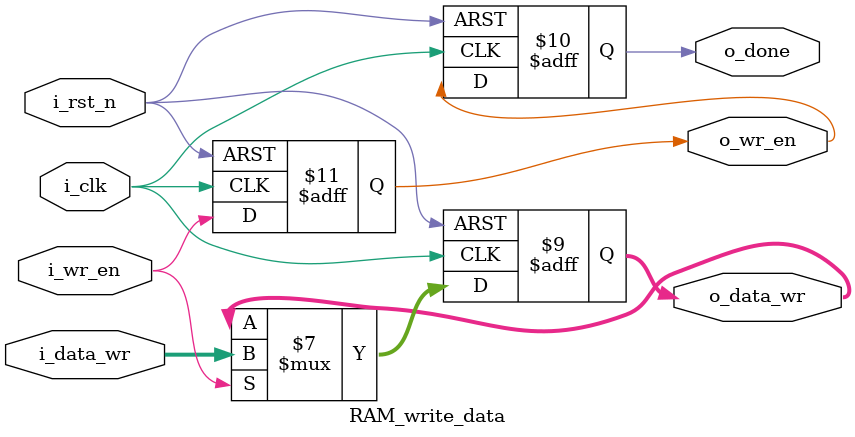
<source format=sv>
module RAM_write_data #(
    parameter SIZE_DATA = 8
)(
    input logic                     i_clk       ,
    input logic                     i_rst_n     ,
    input logic                     i_wr_en     ,
    input logic [SIZE_DATA-1:0]     i_data_wr   ,
    output logic                    o_wr_en     ,
    output logic [SIZE_DATA-1:0]    o_data_wr   ,
    output logic                    o_done       
);

always_ff @( posedge i_clk or negedge i_rst_n ) begin
    if(~i_rst_n) begin
        o_wr_en     <= '0;
    end else begin
        o_wr_en     <= i_wr_en;
    end
end
always_ff @( posedge i_clk or negedge i_rst_n ) begin
    if(~i_rst_n) begin
        o_done     <= '0;
    end else begin
        o_done     <= o_wr_en;
    end
end
always_ff @( posedge i_clk or negedge i_rst_n ) begin
    if(~i_rst_n) begin
        o_data_wr   <= '0;
    end else if (i_wr_en) begin
        o_data_wr   <= i_data_wr;
    end
end
endmodule

</source>
